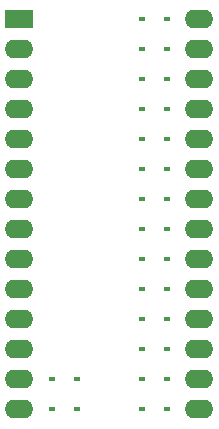
<source format=gts>
%TF.GenerationSoftware,KiCad,Pcbnew,(6.0.1)*%
%TF.CreationDate,2022-01-21T00:47:32+01:00*%
%TF.ProjectId,bosch-kf163-diode-pll,626f7363-682d-46b6-9631-36332d64696f,2*%
%TF.SameCoordinates,Original*%
%TF.FileFunction,Soldermask,Top*%
%TF.FilePolarity,Negative*%
%FSLAX46Y46*%
G04 Gerber Fmt 4.6, Leading zero omitted, Abs format (unit mm)*
G04 Created by KiCad (PCBNEW (6.0.1)) date 2022-01-21 00:47:32*
%MOMM*%
%LPD*%
G01*
G04 APERTURE LIST*
%ADD10R,0.600000X0.450000*%
%ADD11R,2.400000X1.600000*%
%ADD12O,2.400000X1.600000*%
G04 APERTURE END LIST*
D10*
%TO.C,D2*%
X128490000Y-68580000D03*
X130590000Y-68580000D03*
%TD*%
%TO.C,D1*%
X128490000Y-66040000D03*
X130590000Y-66040000D03*
%TD*%
%TO.C,D10*%
X128490000Y-88900000D03*
X130590000Y-88900000D03*
%TD*%
%TO.C,D14*%
X128490000Y-99060000D03*
X130590000Y-99060000D03*
%TD*%
%TO.C,D4*%
X128490000Y-73660000D03*
X130590000Y-73660000D03*
%TD*%
%TO.C,D8*%
X128490000Y-83820000D03*
X130590000Y-83820000D03*
%TD*%
%TO.C,D12*%
X128490000Y-93980000D03*
X130590000Y-93980000D03*
%TD*%
%TO.C,D5*%
X128490000Y-76200000D03*
X130590000Y-76200000D03*
%TD*%
%TO.C,D15*%
X122970000Y-99060000D03*
X120870000Y-99060000D03*
%TD*%
%TO.C,D16*%
X122970000Y-96520000D03*
X120870000Y-96520000D03*
%TD*%
D11*
%TO.C,U1*%
X118130000Y-66040000D03*
D12*
X118130000Y-68580000D03*
X118130000Y-71120000D03*
X118130000Y-73660000D03*
X118130000Y-76200000D03*
X118130000Y-78740000D03*
X118130000Y-81280000D03*
X118130000Y-83820000D03*
X118130000Y-86360000D03*
X118130000Y-88900000D03*
X118130000Y-91440000D03*
X118130000Y-93980000D03*
X118130000Y-96520000D03*
X118130000Y-99060000D03*
X133370000Y-99060000D03*
X133370000Y-96520000D03*
X133370000Y-93980000D03*
X133370000Y-91440000D03*
X133370000Y-88900000D03*
X133370000Y-86360000D03*
X133370000Y-83820000D03*
X133370000Y-81280000D03*
X133370000Y-78740000D03*
X133370000Y-76200000D03*
X133370000Y-73660000D03*
X133370000Y-71120000D03*
X133370000Y-68580000D03*
X133370000Y-66040000D03*
%TD*%
D10*
%TO.C,D7*%
X128490000Y-81280000D03*
X130590000Y-81280000D03*
%TD*%
%TO.C,D9*%
X128490000Y-86360000D03*
X130590000Y-86360000D03*
%TD*%
%TO.C,D6*%
X128490000Y-78740000D03*
X130590000Y-78740000D03*
%TD*%
%TO.C,D3*%
X128490000Y-71120000D03*
X130590000Y-71120000D03*
%TD*%
%TO.C,D13*%
X128510000Y-96520000D03*
X130610000Y-96520000D03*
%TD*%
%TO.C,D11*%
X128490000Y-91440000D03*
X130590000Y-91440000D03*
%TD*%
M02*

</source>
